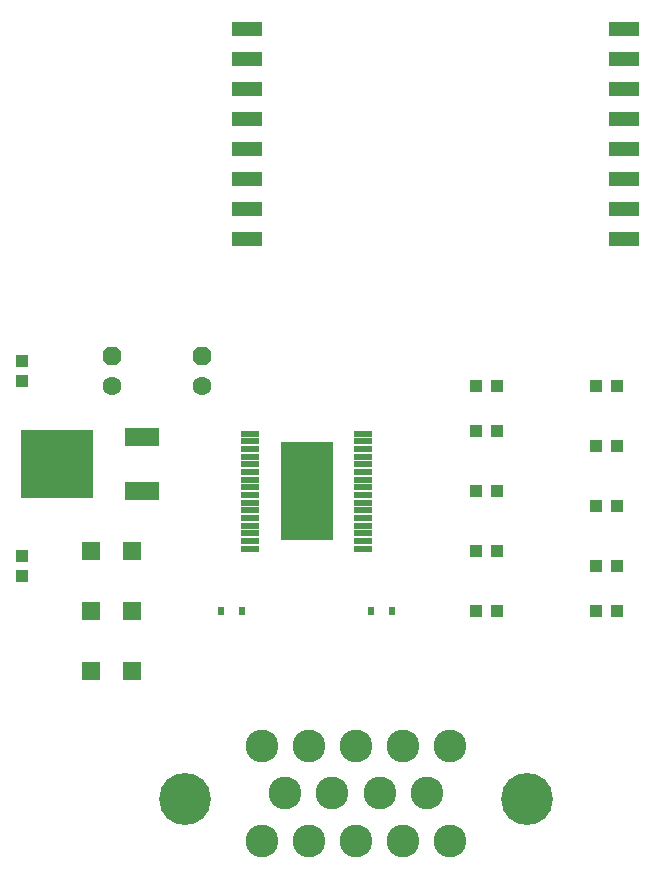
<source format=gbr>
G04 EAGLE Gerber RS-274X export*
G75*
%MOMM*%
%FSLAX34Y34*%
%LPD*%
%INTop Copper*%
%IPPOS*%
%AMOC8*
5,1,8,0,0,1.08239X$1,22.5*%
G01*
%ADD10R,1.100000X1.000000*%
%ADD11R,1.000000X1.100000*%
%ADD12C,1.600200*%
%ADD13P,1.732040X8X112.500000*%
%ADD14R,0.600000X0.800000*%
%ADD15R,3.000000X1.600000*%
%ADD16R,6.200000X5.800000*%
%ADD17C,2.775000*%
%ADD18C,4.395000*%
%ADD19R,1.500000X1.500000*%
%ADD20R,1.602800X0.475200*%
%ADD21R,4.445000X8.382000*%
%ADD22R,2.540000X1.270000*%


D10*
X1147200Y520700D03*
X1164200Y520700D03*
X1147200Y469900D03*
X1164200Y469900D03*
X1147200Y419100D03*
X1164200Y419100D03*
D11*
X660400Y575700D03*
X660400Y592700D03*
X660400Y410600D03*
X660400Y427600D03*
D10*
X1147200Y381000D03*
X1164200Y381000D03*
D12*
X736600Y571500D03*
D13*
X736600Y596900D03*
D12*
X812800Y571500D03*
D13*
X812800Y596900D03*
D14*
X829700Y381000D03*
X846700Y381000D03*
X956700Y381000D03*
X973700Y381000D03*
D15*
X762000Y482600D03*
X762000Y528300D03*
D16*
X690200Y505450D03*
D17*
X863600Y266700D03*
X903600Y266700D03*
X943600Y266700D03*
X983600Y266700D03*
X1023600Y266700D03*
X883600Y226700D03*
X923600Y226700D03*
X963600Y226700D03*
X1003600Y226700D03*
X863600Y186700D03*
X903600Y186700D03*
X943600Y186700D03*
X983600Y186700D03*
X1023600Y186700D03*
D18*
X798600Y221700D03*
X1088600Y221700D03*
D19*
X719100Y381000D03*
X754100Y381000D03*
X719100Y330200D03*
X754100Y330200D03*
X719100Y431800D03*
X754100Y431800D03*
D20*
X949245Y433850D03*
X949245Y440350D03*
X949245Y446850D03*
X949245Y453350D03*
X949245Y459850D03*
X949245Y466350D03*
X949245Y472850D03*
X949245Y479350D03*
X949245Y485850D03*
X949245Y492350D03*
X949245Y498850D03*
X949245Y505350D03*
X949245Y511850D03*
X949245Y518350D03*
X949245Y524850D03*
X949245Y531350D03*
X854155Y531350D03*
X854155Y524850D03*
X854155Y518350D03*
X854155Y511850D03*
X854155Y505350D03*
X854155Y498850D03*
X854155Y492350D03*
X854155Y485850D03*
X854155Y479350D03*
X854155Y472850D03*
X854155Y466350D03*
X854155Y459850D03*
X854155Y453350D03*
X854155Y446850D03*
X854155Y440350D03*
X854155Y433850D03*
D21*
X901700Y482600D03*
D11*
X1045600Y571500D03*
X1062600Y571500D03*
X1045600Y533400D03*
X1062600Y533400D03*
X1045600Y482600D03*
X1062600Y482600D03*
X1045600Y431800D03*
X1062600Y431800D03*
X1045600Y381000D03*
X1062600Y381000D03*
X1147200Y571500D03*
X1164200Y571500D03*
D22*
X850900Y696500D03*
X850900Y772700D03*
X850900Y798100D03*
X850900Y721900D03*
X850900Y747300D03*
X850900Y823500D03*
X850900Y848900D03*
X850900Y874300D03*
X1170900Y696500D03*
X1170900Y721900D03*
X1170900Y747300D03*
X1170900Y772700D03*
X1170900Y798100D03*
X1170900Y823500D03*
X1170900Y848900D03*
X1170900Y874300D03*
M02*

</source>
